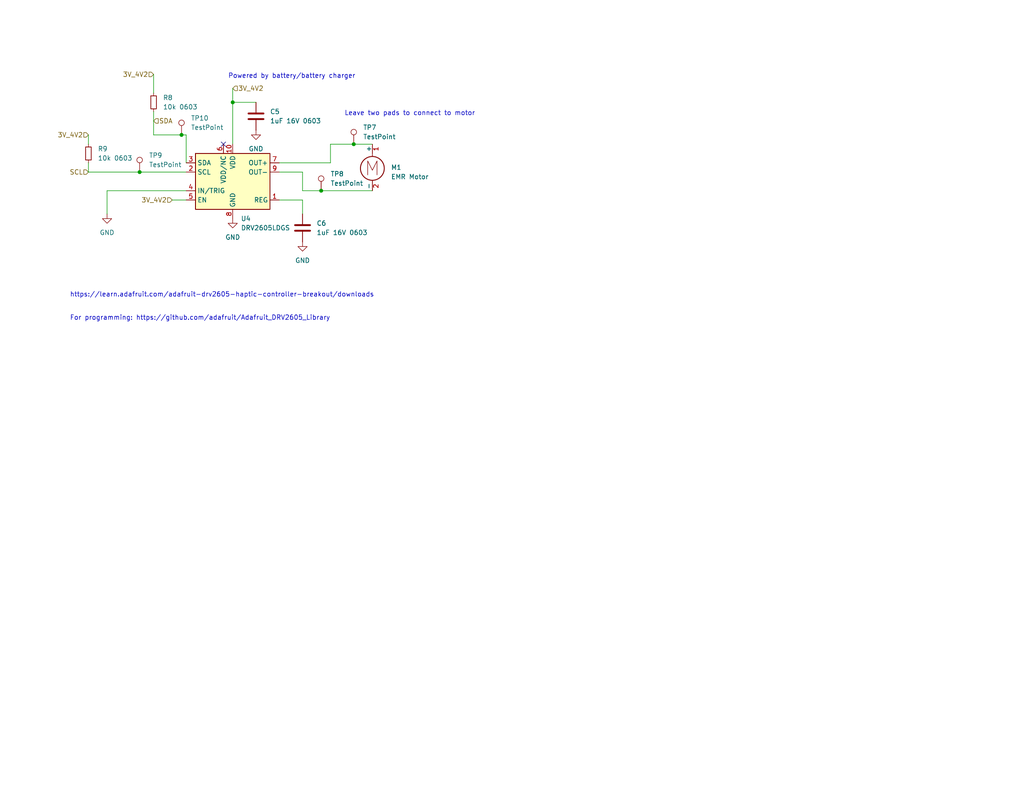
<source format=kicad_sch>
(kicad_sch (version 20230121) (generator eeschema)
  (paper "USLetter")
  (title_block (title "Motor Driver") (date "2024-01-12") (comment 1 "Jacqueline Wang"))
  (lib_symbols
    (symbol "Connector:TestPoint" (pin_numbers hide) (pin_names (offset 0.762) hide)
      (property "Reference" "TP" (at 0 6.858 0))
      (property "Value" "TestPoint" (at 0 5.08 0))
      (symbol "TestPoint_0_1"
        (circle (center 0 3.302) (radius 0.762))
      )
      (symbol "TestPoint_1_1"
        (pin passive line (at 0 0 90) (length 2.54) (name "1") (number "1"))
      )
    )
    (symbol "Device:C" (pin_numbers hide) (pin_names (offset 0.254))
      (property "Reference" "C" (at 0.635 2.54 0))
      (property "Value" "C" (at 0.635 -2.54 0))
      (symbol "C_0_1"
        (polyline (pts (xy -2.032 -0.762) (xy 2.032 -0.762)) (stroke (width 0.508)))
        (polyline (pts (xy -2.032 0.762) (xy 2.032 0.762)) (stroke (width 0.508)))
      )
      (symbol "C_1_1"
        (pin passive line (at 0 3.81 270) (length 2.794) (name "~") (number "1"))
        (pin passive line (at 0 -3.81 90) (length 2.794) (name "~") (number "2"))
      )
    )
    (symbol "Device:R_Small" (pin_numbers hide) (pin_names (offset 0.254) hide)
      (property "Reference" "R" (at 0.762 0.508 0))
      (property "Value" "R_Small" (at 0.762 -1.016 0))
      (symbol "R_Small_0_1"
        (rectangle (start -0.762 1.778) (end 0.762 -1.778) (stroke (width 0.2032)))
      )
      (symbol "R_Small_1_1"
        (pin passive line (at 0 2.54 270) (length 0.762) (name "~") (number "1"))
        (pin passive line (at 0 -2.54 90) (length 0.762) (name "~") (number "2"))
      )
    )
    (symbol "Driver_Haptic:DRV2605LDGS"
      (property "Reference" "U" (at -10.16 8.255 0))
      (property "Value" "DRV2605LDGS" (at 2.54 -8.89 0))
      (symbol "DRV2605LDGS_0_1"
        (rectangle (start -10.16 7.62) (end 10.16 -7.62) (stroke (width 0.254)) (fill (type background)))
      )
      (symbol "DRV2605LDGS_1_1"
        (pin passive line (at 12.7 -5.08 180) (length 2.54) (name "REG") (number "1"))
        (pin power_in line (at 0 10.16 270) (length 2.54) (name "VDD") (number "10"))
        (pin input line (at -12.7 2.54 0) (length 2.54) (name "SCL") (number "2"))
        (pin bidirectional line (at -12.7 5.08 0) (length 2.54) (name "SDA") (number "3"))
        (pin input line (at -12.7 -2.54 0) (length 2.54) (name "IN/TRIG") (number "4"))
        (pin input line (at -12.7 -5.08 0) (length 2.54) (name "EN") (number "5"))
        (pin power_in line (at -2.54 10.16 270) (length 2.54) (name "VDD/NC") (number "6"))
        (pin output line (at 12.7 5.08 180) (length 2.54) (name "OUT+") (number "7"))
        (pin power_in line (at 0 -10.16 90) (length 2.54) (name "GND") (number "8"))
        (pin output line (at 12.7 2.54 180) (length 2.54) (name "OUT-") (number "9"))
      )
    )
    (symbol "Motor:Motor_DC" (pin_names (offset 0))
      (property "Reference" "M" (at 2.54 2.54 0))
      (property "Value" "Motor_DC" (at 2.54 -5.08 0))
      (symbol "Motor_DC_0_0"
        (polyline (pts (xy -1.27 -3.302) (xy -1.27 0.508) (xy 0 -2.032) (xy 1.27 0.508) (xy 1.27 -3.302)))
      )
      (symbol "Motor_DC_0_1"
        (circle (center 0 -1.524) (radius 3.2512) (stroke (width 0.254)))
        (polyline (pts (xy 0 -7.62) (xy 0 -7.112)))
        (polyline (pts (xy 0 -4.7752) (xy 0 -5.1816)))
        (polyline (pts (xy 0 1.7272) (xy 0 2.0828)))
        (polyline (pts (xy 0 2.032) (xy 0 2.54)))
      )
      (symbol "Motor_DC_1_1"
        (pin passive line (at 0 5.08 270) (length 2.54) (name "+") (number "1"))
        (pin passive line (at 0 -7.62 90) (length 2.54) (name "-") (number "2"))
      )
    )
    (symbol "power:GND" (power) (pin_names (offset 0))
      (property "Value" "GND" (at 0 -3.81 0))
      (symbol "GND_0_1"
        (polyline (pts (xy 0 0) (xy 0 -1.27) (xy 1.27 -1.27) (xy 0 -2.54) (xy -1.27 -1.27) (xy 0 -1.27)))
      )
      (symbol "GND_1_1"
        (pin power_in line (at 0 0 270) (length 0) hide (name "GND") (number "1"))
      )
    )
  )
  (junction (at 38.1 46.99))
  (junction (at 96.52 39.37))
  (junction (at 63.5 27.94))
  (junction (at 87.63 52.07))
  (junction (at 49.53 36.83))
  (no_connect (at 60.96 39.37))
  (wire (pts (xy 82.55 54.61) (xy 76.2 54.61)))
  (wire (pts (xy 24.13 46.99) (xy 38.1 46.99)))
  (wire (pts (xy 41.91 30.48) (xy 41.91 36.83)))
  (wire (pts (xy 87.63 52.07) (xy 82.55 52.07)))
  (wire (pts (xy 87.63 52.07) (xy 101.6 52.07)))
  (wire (pts (xy 90.17 44.45) (xy 76.2 44.45)))
  (wire (pts (xy 82.55 46.99) (xy 76.2 46.99)))
  (wire (pts (xy 38.1 46.99) (xy 50.8 46.99)))
  (wire (pts (xy 29.21 58.42) (xy 29.21 52.07)))
  (wire (pts (xy 41.91 20.32) (xy 41.91 25.4)))
  (wire (pts (xy 49.53 36.83) (xy 50.8 36.83)))
  (wire (pts (xy 96.52 39.37) (xy 90.17 39.37)))
  (wire (pts (xy 50.8 36.83) (xy 50.8 44.45)))
  (wire (pts (xy 29.21 52.07) (xy 50.8 52.07)))
  (wire (pts (xy 82.55 52.07) (xy 82.55 46.99)))
  (wire (pts (xy 82.55 54.61) (xy 82.55 58.42)))
  (wire (pts (xy 63.5 27.94) (xy 69.85 27.94)))
  (wire (pts (xy 101.6 39.37) (xy 96.52 39.37)))
  (wire (pts (xy 90.17 39.37) (xy 90.17 44.45)))
  (wire (pts (xy 24.13 36.83) (xy 24.13 39.37)))
  (wire (pts (xy 41.91 36.83) (xy 49.53 36.83)))
  (wire (pts (xy 63.5 27.94) (xy 63.5 39.37)))
  (wire (pts (xy 24.13 44.45) (xy 24.13 46.99)))
  (wire (pts (xy 63.5 24.13) (xy 63.5 27.94)))
  (wire (pts (xy 46.99 54.61) (xy 50.8 54.61)))
  (text "https://learn.adafruit.com/adafruit-drv2605-haptic-controller-breakout/downloads" (at 19.05 81.28 0) (effects (font (size 1.27 1.27)) (justify left bottom)))
  (text "Leave two pads to connect to motor" (at 93.98 31.75 0) (effects (font (size 1.27 1.27)) (justify left bottom)))
  (text "For programming: https://github.com/adafruit/Adafruit_DRV2605_Library" (at 19.05 87.63 0) (effects (font (size 1.27 1.27)) (justify left bottom)))
  (text "Powered by battery/battery charger" (at 62.23 21.59 0) (effects (font (size 1.27 1.27)) (justify left bottom)))
  (hierarchical_label "3V_4V2" (shape input) (at 41.91 20.32 180))
  (hierarchical_label "3V_4V2" (shape input) (at 46.99 54.61 180))
  (hierarchical_label "3V_4V2" (shape input) (at 63.5 24.13 0))
  (hierarchical_label "SDA" (shape input) (at 41.91 33.02 0))
  (hierarchical_label "SCL" (shape input) (at 24.13 46.99 180))
  (hierarchical_label "3V_4V2" (shape input) (at 24.13 36.83 180))
  (symbol (lib_id "Device:C") (at 82.55 62.23 0) (unit 1)
    (property "Reference" "C6" (at 86.36 60.96 0) (effects (justify left)))
    (property "Value" "1uF 16V 0603" (at 86.36 63.5 0) (effects (justify left)))
    (property "Footprint" "Capacitor_SMD:C_0603_1608Metric_Pad1.08x0.95mm_HandSolder" (effects hide))
    (property "Datasheet" "https://mm.digikey.com/Volume0/opasdata/d220001/medias/docus/609/CL10A105KO8NNNC_Spec.pdf" (effects hide))
    (property "Digikey PN" "1276-1034-1-ND" (effects hide))
    (property "MPN" "CL10A105KO8NNNC" (effects hide))
  )
  (symbol (lib_id "power:GND") (at 63.5 59.69 0) (unit 1)
    (property "Reference" "#PWR016" (effects hide))
    (property "Value" "GND" (at 63.5 64.77 0))
  )
  (symbol (lib_id "Driver_Haptic:DRV2605LDGS") (at 63.5 49.53 0) (unit 1)
    (property "Reference" "U4" (at 65.6941 59.69 0) (effects (justify left)))
    (property "Value" "DRV2605LDGS" (at 65.6941 62.23 0) (effects (justify left)))
    (property "Footprint" "Package_SO:VSSOP-10_3x3mm_P0.5mm" (effects hide))
    (property "Datasheet" "http://www.ti.com/lit/ds/symlink/drv2605l.pdf" (effects hide))
    (property "Digikey PN" "296-40032-1-ND" (effects hide))
    (property "MPN" "DRV2605LDGSR" (effects hide))
  )
  (symbol (lib_id "power:GND") (at 69.85 35.56 0) (unit 1)
    (property "Reference" "#PWR017" (effects hide))
    (property "Value" "GND" (at 69.85 40.64 0))
  )
  (symbol (lib_id "Connector:TestPoint") (at 38.1 46.99 0) (unit 1)
    (property "Reference" "TP9" (at 40.64 42.418 0) (effects (justify left)))
    (property "Value" "TestPoint" (at 40.64 44.958 0) (effects (justify left)))
    (property "Footprint" "TestPoint:TestPoint_Keystone_5015_Micro-Minature" (effects hide))
    (property "Datasheet" "https://www.koaspeer.com/pdfs/RC.pdf" (effects hide))
    (property "Digikey PN" "2019-RCWCTECT-ND" (effects hide))
    (property "MPN" "RCWCTE" (effects hide))
  )
  (symbol (lib_id "power:GND") (at 82.55 66.04 0) (unit 1)
    (property "Reference" "#PWR018" (effects hide))
    (property "Value" "GND" (at 82.55 71.12 0))
  )
  (symbol (lib_id "Connector:TestPoint") (at 49.53 36.83 0) (unit 1)
    (property "Reference" "TP10" (at 52.07 32.258 0) (effects (justify left)))
    (property "Value" "TestPoint" (at 52.07 34.798 0) (effects (justify left)))
    (property "Footprint" "TestPoint:TestPoint_Keystone_5015_Micro-Minature" (effects hide))
    (property "Datasheet" "https://www.koaspeer.com/pdfs/RC.pdf" (effects hide))
    (property "Digikey PN" "2019-RCWCTECT-ND" (effects hide))
    (property "MPN" "RCWCTE" (effects hide))
  )
  (symbol (lib_id "Connector:TestPoint") (at 96.52 39.37 0) (unit 1)
    (property "Reference" "TP7" (at 99.06 34.798 0) (effects (justify left)))
    (property "Value" "TestPoint" (at 99.06 37.338 0) (effects (justify left)))
    (property "Footprint" "TestPoint:TestPoint_Keystone_5015_Micro-Minature" (effects hide))
    (property "Datasheet" "https://www.koaspeer.com/pdfs/RC.pdf" (effects hide))
    (property "Digikey PN" "2019-RCWCTECT-ND" (effects hide))
    (property "MPN" "RCWCTE" (effects hide))
  )
  (symbol (lib_id "Motor:Motor_DC") (at 101.6 44.45 0) (unit 1) (on_board no)
    (property "Reference" "M1" (at 106.68 45.72 0) (effects (justify left)))
    (property "Value" "EMR Motor" (at 106.68 48.26 0) (effects (justify left)))
    (property "Datasheet" "https://mm.digikey.com/Volume0/opasdata/d220001/medias/docus/1105/1201_Web.pdf" (effects hide))
    (property "Digikey PN" "1528-1177-ND" (effects hide))
    (property "MPN" "1201" (effects hide))
  )
  (symbol (lib_id "power:GND") (at 29.21 58.42 0) (unit 1)
    (property "Reference" "#PWR019" (effects hide))
    (property "Value" "GND" (at 29.21 63.5 0))
  )
  (symbol (lib_id "Device:R_Small") (at 24.13 41.91 0) (unit 1)
    (property "Reference" "R9" (at 26.67 40.64 0) (effects (justify left)))
    (property "Value" "10k 0603" (at 26.67 43.18 0) (effects (justify left)))
    (property "Footprint" "Resistor_SMD:R_0603_1608Metric_Pad0.98x0.95mm_HandSolder" (effects hide))
    (property "Datasheet" "https://www.vishay.com/docs/20035/dcrcwe3.pdf" (effects hide))
    (property "Digikey PN" "541-10.0KHCT-ND" (effects hide))
    (property "MPN" "CRCW060310K0FKEA" (effects hide))
  )
  (symbol (lib_id "Device:C") (at 69.85 31.75 0) (unit 1)
    (property "Reference" "C5" (at 73.66 30.48 0) (effects (justify left)))
    (property "Value" "1uF 16V 0603" (at 73.66 33.02 0) (effects (justify left)))
    (property "Footprint" "Capacitor_SMD:C_0603_1608Metric_Pad1.08x0.95mm_HandSolder" (effects hide))
    (property "Datasheet" "https://mm.digikey.com/Volume0/opasdata/d220001/medias/docus/609/CL10A105KO8NNNC_Spec.pdf" (effects hide))
    (property "Digikey PN" "1276-1034-1-ND" (effects hide))
    (property "MPN" "CL10A105KO8NNNC" (effects hide))
  )
  (symbol (lib_id "Device:R_Small") (at 41.91 27.94 0) (unit 1)
    (property "Reference" "R8" (at 44.45 26.67 0) (effects (justify left)))
    (property "Value" "10k 0603" (at 44.45 29.21 0) (effects (justify left)))
    (property "Footprint" "Resistor_SMD:R_0603_1608Metric_Pad0.98x0.95mm_HandSolder" (effects hide))
    (property "Datasheet" "https://www.vishay.com/docs/20035/dcrcwe3.pdf" (effects hide))
    (property "Digikey PN" "541-10.0KHCT-ND" (effects hide))
    (property "MPN" "CRCW060310K0FKEA" (effects hide))
  )
  (symbol (lib_id "Connector:TestPoint") (at 87.63 52.07 0) (unit 1)
    (property "Reference" "TP8" (at 90.17 47.498 0) (effects (justify left)))
    (property "Value" "TestPoint" (at 90.17 50.038 0) (effects (justify left)))
    (property "Footprint" "TestPoint:TestPoint_Keystone_5015_Micro-Minature" (effects hide))
    (property "Datasheet" "https://www.koaspeer.com/pdfs/RC.pdf" (effects hide))
    (property "Digikey PN" "2019-RCWCTECT-ND" (effects hide))
    (property "MPN" "RCWCTE" (effects hide))
  )
)
</source>
